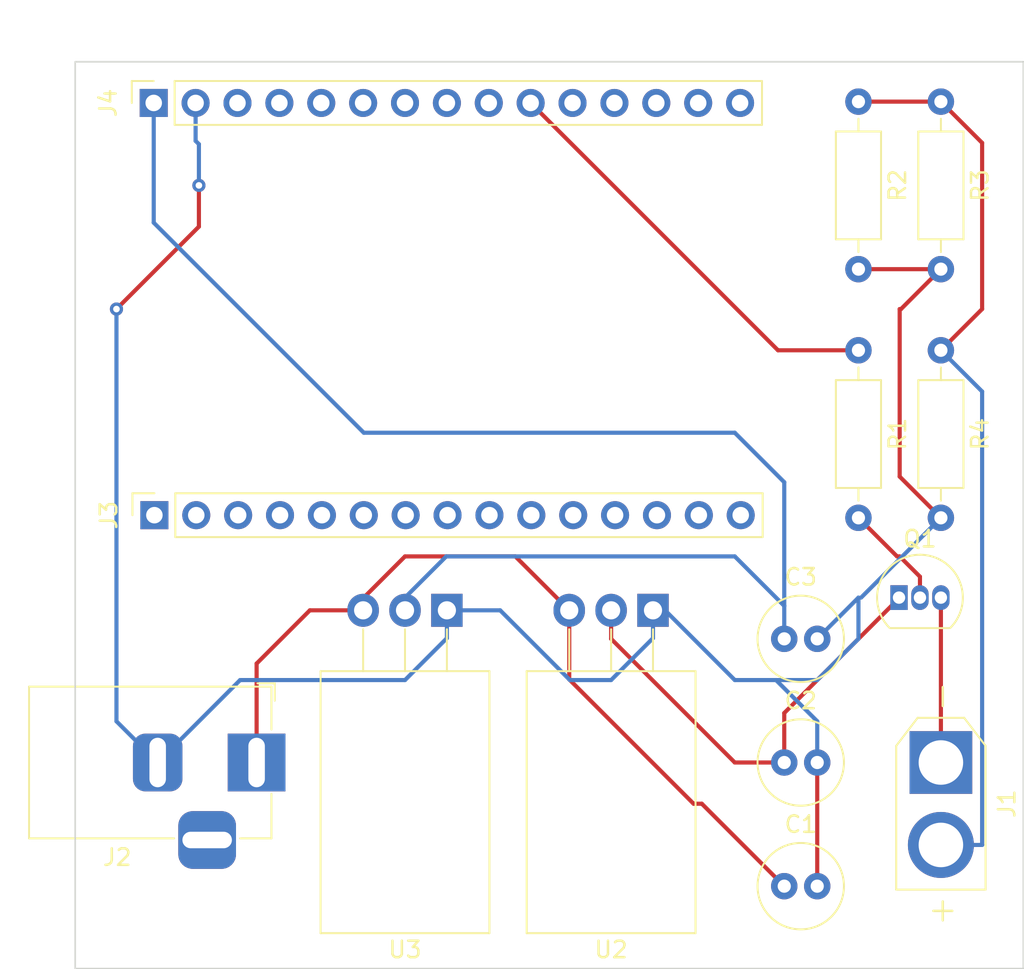
<source format=kicad_pcb>
(kicad_pcb (version 20221018) (generator pcbnew)
  (layers (0 "F.Cu" signal) (31 "B.Cu" signal) (34 "B.Paste" user) (35 "F.Paste" user) (36 "B.SilkS" user "B.Silkscreen") (37 "F.SilkS" user "F.Silkscreen") (38 "B.Mask" user) (39 "F.Mask" user) (44 "Edge.Cuts" user))
  (net 0 "")
  (net 1 "+9V")
  (net 2 "GND")
  (net 3 "+3V3")
  (net 4 "+5V")
  (net 5 "Net-(J1-Pin_1)")
  (net 6 "Net-(J1-Pin_2)")
  (net 7 "Net-(Q1-B)")
  (net 8 "Net-(J4-Pin_10)")
  (footprint "Resistor_THT:R_Axial_DIN0207_L6.3mm_D2.5mm_P10.16mm_Horizontal" (layer "F.Cu") (at 147.5 72.42 -90)
    (fp_text reference "R3" (at 5.08 -2.37 90) (layer "F.SilkS"))
    (fp_text value "300")
    (fp_line (start 1.04 0) (end 1.81 0) (stroke (width 0.12)) (layer "F.SilkS"))
    (fp_line (start 1.81 -1.37) (end 1.81 1.37) (stroke (width 0.12)) (layer "F.SilkS"))
    (fp_line (start 1.81 1.37) (end 8.35 1.37) (stroke (width 0.12)) (layer "F.SilkS"))
    (fp_line (start 8.35 -1.37) (end 1.81 -1.37) (stroke (width 0.12)) (layer "F.SilkS"))
    (fp_line (start 8.35 1.37) (end 8.35 -1.37) (stroke (width 0.12)) (layer "F.SilkS"))
    (fp_line (start 9.12 0) (end 8.35 0) (stroke (width 0.12)) (layer "F.SilkS"))
    (pad "1" thru_hole circle (at 0 0 270) (size 1.6 1.6) (drill 0.8) (layers "*.Cu" "*.Mask") (net 6 "Net-(J1-Pin_2)"))
    (pad "2" thru_hole oval (at 10.16 0 270) (size 1.6 1.6) (drill 0.8) (layers "*.Cu" "*.Mask") (net 2 "GND"))
  )
  (footprint "Connector_PinSocket_2.54mm:PinSocket_1x15_P2.54mm_Vertical" (layer "F.Cu") (at 99.76 72.5 90)
    (fp_text reference "J4" (at 0 -2.77 90) (layer "F.SilkS"))
    (fp_text value "Conn_01x15_Pin")
    (fp_line (start -1.33 1.27) (end -1.33 36.89) (stroke (width 0.12)) (layer "F.SilkS"))
    (fp_line (start -1.33 1.27) (end 1.33 1.27) (stroke (width 0.12)) (layer "F.SilkS"))
    (fp_line (start -1.33 36.89) (end 1.33 36.89) (stroke (width 0.12)) (layer "F.SilkS"))
    (fp_line (start 0 -1.33) (end 1.33 -1.33) (stroke (width 0.12)) (layer "F.SilkS"))
    (fp_line (start 1.33 -1.33) (end 1.33 0) (stroke (width 0.12)) (layer "F.SilkS"))
    (fp_line (start 1.33 1.27) (end 1.33 36.89) (stroke (width 0.12)) (layer "F.SilkS"))
    (pad "1" thru_hole rect (at 0 0 90) (size 1.7 1.7) (drill 1) (layers "*.Cu" "*.Mask") (net 4 "+5V"))
    (pad "2" thru_hole oval (at 0 2.54 90) (size 1.7 1.7) (drill 1) (layers "*.Cu" "*.Mask") (net 2 "GND"))
    (pad "3" thru_hole oval (at 0 5.08 90) (size 1.7 1.7) (drill 1) (layers "*.Cu" "*.Mask"))
    (pad "4" thru_hole oval (at 0 7.62 90) (size 1.7 1.7) (drill 1) (layers "*.Cu" "*.Mask"))
    (pad "5" thru_hole oval (at 0 10.16 90) (size 1.7 1.7) (drill 1) (layers "*.Cu" "*.Mask"))
    (pad "6" thru_hole oval (at 0 12.7 90) (size 1.7 1.7) (drill 1) (layers "*.Cu" "*.Mask"))
    (pad "7" thru_hole oval (at 0 15.24 90) (size 1.7 1.7) (drill 1) (layers "*.Cu" "*.Mask"))
    (pad "8" thru_hole oval (at 0 17.78 90) (size 1.7 1.7) (drill 1) (layers "*.Cu" "*.Mask"))
    (pad "9" thru_hole oval (at 0 20.32 90) (size 1.7 1.7) (drill 1) (layers "*.Cu" "*.Mask"))
    (pad "10" thru_hole oval (at 0 22.86 90) (size 1.7 1.7) (drill 1) (layers "*.Cu" "*.Mask") (net 8 "Net-(J4-Pin_10)"))
    (pad "11" thru_hole oval (at 0 25.4 90) (size 1.7 1.7) (drill 1) (layers "*.Cu" "*.Mask"))
    (pad "12" thru_hole oval (at 0 27.94 90) (size 1.7 1.7) (drill 1) (layers "*.Cu" "*.Mask"))
    (pad "13" thru_hole oval (at 0 30.48 90) (size 1.7 1.7) (drill 1) (layers "*.Cu" "*.Mask"))
    (pad "14" thru_hole oval (at 0 33.02 90) (size 1.7 1.7) (drill 1) (layers "*.Cu" "*.Mask"))
    (pad "15" thru_hole oval (at 0 35.56 90) (size 1.7 1.7) (drill 1) (layers "*.Cu" "*.Mask"))
  )
  (footprint "Resistor_THT:R_Axial_DIN0207_L6.3mm_D2.5mm_P10.16mm_Horizontal" (layer "F.Cu") (at 142.5 87.5 -90)
    (fp_text reference "R1" (at 5.08 -2.37 90) (layer "F.SilkS"))
    (fp_text value "10k")
    (fp_line (start 1.04 0) (end 1.81 0) (stroke (width 0.12)) (layer "F.SilkS"))
    (fp_line (start 1.81 -1.37) (end 1.81 1.37) (stroke (width 0.12)) (layer "F.SilkS"))
    (fp_line (start 1.81 1.37) (end 8.35 1.37) (stroke (width 0.12)) (layer "F.SilkS"))
    (fp_line (start 8.35 -1.37) (end 1.81 -1.37) (stroke (width 0.12)) (layer "F.SilkS"))
    (fp_line (start 8.35 1.37) (end 8.35 -1.37) (stroke (width 0.12)) (layer "F.SilkS"))
    (fp_line (start 9.12 0) (end 8.35 0) (stroke (width 0.12)) (layer "F.SilkS"))
    (pad "1" thru_hole circle (at 0 0 270) (size 1.6 1.6) (drill 0.8) (layers "*.Cu" "*.Mask") (net 8 "Net-(J4-Pin_10)"))
    (pad "2" thru_hole oval (at 10.16 0 270) (size 1.6 1.6) (drill 0.8) (layers "*.Cu" "*.Mask") (net 7 "Net-(Q1-B)"))
  )
  (footprint "Capacitor_THT:C_Radial_D5.0mm_H11.0mm_P2.00mm" (layer "F.Cu") (at 138 112.5)
    (fp_text reference "C2" (at 1 -3.75) (layer "F.SilkS"))
    (fp_text value "C")
    (fp_circle (center 1 0) (end 3.62 0) (stroke (width 0.12)) (fill none) (layer "F.SilkS"))
    (pad "1" thru_hole circle (at 0 0) (size 1.6 1.6) (drill 0.8) (layers "*.Cu" "*.Mask") (net 3 "+3V3"))
    (pad "2" thru_hole circle (at 2 0) (size 1.6 1.6) (drill 0.8) (layers "*.Cu" "*.Mask") (net 2 "GND"))
  )
  (footprint "Package_TO_SOT_THT:TO-220-3_Horizontal_TabDown" (layer "F.Cu") (at 130.04 103.27 180)
    (fp_text reference "U2" (at 2.54 -20.58) (layer "F.SilkS"))
    (fp_text value "LM1117T-3.3")
    (fp_line (start -2.58 -19.58) (end -2.58 -3.69) (stroke (width 0.12)) (layer "F.SilkS"))
    (fp_line (start -2.58 -19.58) (end 7.66 -19.58) (stroke (width 0.12)) (layer "F.SilkS"))
    (fp_line (start -2.58 -3.69) (end 7.66 -3.69) (stroke (width 0.12)) (layer "F.SilkS"))
    (fp_line (start 0 -3.69) (end 0 -1.15) (stroke (width 0.12)) (layer "F.SilkS"))
    (fp_line (start 2.54 -3.69) (end 2.54 -1.15) (stroke (width 0.12)) (layer "F.SilkS"))
    (fp_line (start 5.08 -3.69) (end 5.08 -1.15) (stroke (width 0.12)) (layer "F.SilkS"))
    (fp_line (start 7.66 -19.58) (end 7.66 -3.69) (stroke (width 0.12)) (layer "F.SilkS"))
    (pad "" np_thru_hole oval (at 2.54 -16.66 180) (size 3.5 3.5) (drill 3.5) (layers "*.Cu" "*.Mask"))
    (pad "1" thru_hole rect (at 0 0 180) (size 1.905 2) (drill 1.1) (layers "*.Cu" "*.Mask") (net 2 "GND"))
    (pad "2" thru_hole oval (at 2.54 0 180) (size 1.905 2) (drill 1.1) (layers "*.Cu" "*.Mask") (net 3 "+3V3"))
    (pad "3" thru_hole oval (at 5.08 0 180) (size 1.905 2) (drill 1.1) (layers "*.Cu" "*.Mask") (net 1 "+9V"))
  )
  (footprint "Capacitor_THT:C_Radial_D5.0mm_H11.0mm_P2.00mm" (layer "F.Cu") (at 138 105)
    (fp_text reference "C3" (at 1 -3.75) (layer "F.SilkS"))
    (fp_text value "C")
    (fp_circle (center 1 0) (end 3.62 0) (stroke (width 0.12)) (fill none) (layer "F.SilkS"))
    (pad "1" thru_hole circle (at 0 0) (size 1.6 1.6) (drill 0.8) (layers "*.Cu" "*.Mask") (net 4 "+5V"))
    (pad "2" thru_hole circle (at 2 0) (size 1.6 1.6) (drill 0.8) (layers "*.Cu" "*.Mask") (net 2 "GND"))
  )
  (footprint "Package_TO_SOT_THT:TO-220-3_Horizontal_TabDown" (layer "F.Cu") (at 117.54 103.27 180)
    (fp_text reference "U3" (at 2.54 -20.58) (layer "F.SilkS"))
    (fp_text value "LM1117T-5.0")
    (fp_line (start -2.58 -19.58) (end -2.58 -3.69) (stroke (width 0.12)) (layer "F.SilkS"))
    (fp_line (start -2.58 -19.58) (end 7.66 -19.58) (stroke (width 0.12)) (layer "F.SilkS"))
    (fp_line (start -2.58 -3.69) (end 7.66 -3.69) (stroke (width 0.12)) (layer "F.SilkS"))
    (fp_line (start 0 -3.69) (end 0 -1.15) (stroke (width 0.12)) (layer "F.SilkS"))
    (fp_line (start 2.54 -3.69) (end 2.54 -1.15) (stroke (width 0.12)) (layer "F.SilkS"))
    (fp_line (start 5.08 -3.69) (end 5.08 -1.15) (stroke (width 0.12)) (layer "F.SilkS"))
    (fp_line (start 7.66 -19.58) (end 7.66 -3.69) (stroke (width 0.12)) (layer "F.SilkS"))
    (pad "" np_thru_hole oval (at 2.54 -16.66 180) (size 3.5 3.5) (drill 3.5) (layers "*.Cu" "*.Mask"))
    (pad "1" thru_hole rect (at 0 0 180) (size 1.905 2) (drill 1.1) (layers "*.Cu" "*.Mask") (net 2 "GND"))
    (pad "2" thru_hole oval (at 2.54 0 180) (size 1.905 2) (drill 1.1) (layers "*.Cu" "*.Mask") (net 4 "+5V"))
    (pad "3" thru_hole oval (at 5.08 0 180) (size 1.905 2) (drill 1.1) (layers "*.Cu" "*.Mask") (net 1 "+9V"))
  )
  (footprint "Capacitor_THT:C_Radial_D5.0mm_H11.0mm_P2.00mm" (layer "F.Cu") (at 138 120)
    (fp_text reference "C1" (at 1 -3.75) (layer "F.SilkS"))
    (fp_text value "C")
    (fp_circle (center 1 0) (end 3.62 0) (stroke (width 0.12)) (fill none) (layer "F.SilkS"))
    (pad "1" thru_hole circle (at 0 0) (size 1.6 1.6) (drill 0.8) (layers "*.Cu" "*.Mask") (net 1 "+9V"))
    (pad "2" thru_hole circle (at 2 0) (size 1.6 1.6) (drill 0.8) (layers "*.Cu" "*.Mask") (net 2 "GND"))
  )
  (footprint "Connector_PinSocket_2.54mm:PinSocket_1x15_P2.54mm_Vertical" (layer "F.Cu") (at 99.8 97.5 90)
    (fp_text reference "J3" (at 0 -2.77 90) (layer "F.SilkS"))
    (fp_text value "Conn_01x15_Pin")
    (fp_line (start -1.33 1.27) (end -1.33 36.89) (stroke (width 0.12)) (layer "F.SilkS"))
    (fp_line (start -1.33 1.27) (end 1.33 1.27) (stroke (width 0.12)) (layer "F.SilkS"))
    (fp_line (start -1.33 36.89) (end 1.33 36.89) (stroke (width 0.12)) (layer "F.SilkS"))
    (fp_line (start 0 -1.33) (end 1.33 -1.33) (stroke (width 0.12)) (layer "F.SilkS"))
    (fp_line (start 1.33 -1.33) (end 1.33 0) (stroke (width 0.12)) (layer "F.SilkS"))
    (fp_line (start 1.33 1.27) (end 1.33 36.89) (stroke (width 0.12)) (layer "F.SilkS"))
    (pad "1" thru_hole rect (at 0 0 90) (size 1.7 1.7) (drill 1) (layers "*.Cu" "*.Mask"))
    (pad "2" thru_hole oval (at 0 2.54 90) (size 1.7 1.7) (drill 1) (layers "*.Cu" "*.Mask"))
    (pad "3" thru_hole oval (at 0 5.08 90) (size 1.7 1.7) (drill 1) (layers "*.Cu" "*.Mask"))
    (pad "4" thru_hole oval (at 0 7.62 90) (size 1.7 1.7) (drill 1) (layers "*.Cu" "*.Mask"))
    (pad "5" thru_hole oval (at 0 10.16 90) (size 1.7 1.7) (drill 1) (layers "*.Cu" "*.Mask"))
    (pad "6" thru_hole oval (at 0 12.7 90) (size 1.7 1.7) (drill 1) (layers "*.Cu" "*.Mask"))
    (pad "7" thru_hole oval (at 0 15.24 90) (size 1.7 1.7) (drill 1) (layers "*.Cu" "*.Mask"))
    (pad "8" thru_hole oval (at 0 17.78 90) (size 1.7 1.7) (drill 1) (layers "*.Cu" "*.Mask"))
    (pad "9" thru_hole oval (at 0 20.32 90) (size 1.7 1.7) (drill 1) (layers "*.Cu" "*.Mask"))
    (pad "10" thru_hole oval (at 0 22.86 90) (size 1.7 1.7) (drill 1) (layers "*.Cu" "*.Mask"))
    (pad "11" thru_hole oval (at 0 25.4 90) (size 1.7 1.7) (drill 1) (layers "*.Cu" "*.Mask"))
    (pad "12" thru_hole oval (at 0 27.94 90) (size 1.7 1.7) (drill 1) (layers "*.Cu" "*.Mask"))
    (pad "13" thru_hole oval (at 0 30.48 90) (size 1.7 1.7) (drill 1) (layers "*.Cu" "*.Mask"))
    (pad "14" thru_hole oval (at 0 33.02 90) (size 1.7 1.7) (drill 1) (layers "*.Cu" "*.Mask"))
    (pad "15" thru_hole oval (at 0 35.56 90) (size 1.7 1.7) (drill 1) (layers "*.Cu" "*.Mask"))
  )
  (footprint "Resistor_THT:R_Axial_DIN0207_L6.3mm_D2.5mm_P10.16mm_Horizontal" (layer "F.Cu") (at 147.5 87.5 -90)
    (fp_text reference "R4" (at 5.08 -2.37 90) (layer "F.SilkS"))
    (fp_text value "300")
    (fp_line (start 1.04 0) (end 1.81 0) (stroke (width 0.12)) (layer "F.SilkS"))
    (fp_line (start 1.81 -1.37) (end 1.81 1.37) (stroke (width 0.12)) (layer "F.SilkS"))
    (fp_line (start 1.81 1.37) (end 8.35 1.37) (stroke (width 0.12)) (layer "F.SilkS"))
    (fp_line (start 8.35 -1.37) (end 1.81 -1.37) (stroke (width 0.12)) (layer "F.SilkS"))
    (fp_line (start 8.35 1.37) (end 8.35 -1.37) (stroke (width 0.12)) (layer "F.SilkS"))
    (fp_line (start 9.12 0) (end 8.35 0) (stroke (width 0.12)) (layer "F.SilkS"))
    (pad "1" thru_hole circle (at 0 0 270) (size 1.6 1.6) (drill 0.8) (layers "*.Cu" "*.Mask") (net 6 "Net-(J1-Pin_2)"))
    (pad "2" thru_hole oval (at 10.16 0 270) (size 1.6 1.6) (drill 0.8) (layers "*.Cu" "*.Mask") (net 2 "GND"))
  )
  (footprint "Connector_AMASS:AMASS_XT30U-F_1x02_P5.0mm_Vertical" (layer "F.Cu") (at 147.5 112.5 -90)
    (fp_text reference "J1" (at 2.5 -4 90) (layer "F.SilkS"))
    (fp_text value "Lamp LED")
    (fp_text user "+" (at 9 0 90) (layer "F.SilkS") (effects (font (size 1.5 1.5))))
    (fp_text user "-" (at -4 0 90) (layer "F.SilkS") (effects (font (size 1.5 1.5))))
    (fp_line (start -2.71 -1.41) (end -2.71 1.41) (stroke (width 0.12)) (layer "F.SilkS"))
    (fp_line (start -2.71 -1.41) (end -1.01 -2.71) (stroke (width 0.12)) (layer "F.SilkS"))
    (fp_line (start -2.71 1.41) (end -1.01 2.71) (stroke (width 0.12)) (layer "F.SilkS"))
    (fp_line (start -1.01 -2.71) (end 7.71 -2.71) (stroke (width 0.12)) (layer "F.SilkS"))
    (fp_line (start -1.01 2.71) (end 7.71 2.71) (stroke (width 0.12)) (layer "F.SilkS"))
    (fp_line (start 7.71 -2.71) (end 7.71 2.71) (stroke (width 0.12)) (layer "F.SilkS"))
    (pad "1" thru_hole rect (at 0 0 270) (size 3.8 3.8) (drill 2.7) (layers "*.Cu" "*.Mask") (net 5 "Net-(J1-Pin_1)"))
    (pad "2" thru_hole circle (at 5 0 270) (size 4 4) (drill 2.7) (layers "*.Cu" "*.Mask") (net 6 "Net-(J1-Pin_2)"))
  )
  (footprint "Connector_BarrelJack:BarrelJack_Horizontal" (layer "F.Cu") (at 106 112.5)
    (fp_text reference "J2" (at -8.45 5.75) (layer "F.SilkS"))
    (fp_text value "Barrel_Jack_MountingPin")
    (fp_line (start -13.8 -4.6) (end 0.9 -4.6) (stroke (width 0.12)) (layer "F.SilkS"))
    (fp_line (start -13.8 4.6) (end -13.8 -4.6) (stroke (width 0.12)) (layer "F.SilkS"))
    (fp_line (start -5 4.6) (end -13.8 4.6) (stroke (width 0.12)) (layer "F.SilkS"))
    (fp_line (start 0.05 -4.8) (end 1.1 -4.8) (stroke (width 0.12)) (layer "F.SilkS"))
    (fp_line (start 0.9 -4.6) (end 0.9 -2) (stroke (width 0.12)) (layer "F.SilkS"))
    (fp_line (start 0.9 1.9) (end 0.9 4.6) (stroke (width 0.12)) (layer "F.SilkS"))
    (fp_line (start 0.9 4.6) (end -1 4.6) (stroke (width 0.12)) (layer "F.SilkS"))
    (fp_line (start 1.1 -3.75) (end 1.1 -4.8) (stroke (width 0.12)) (layer "F.SilkS"))
    (pad "1" thru_hole rect (at 0 0) (size 3.5 3.5) (drill oval 1 3) (layers "*.Cu" "*.Mask") (net 1 "+9V"))
    (pad "2" thru_hole roundrect (at -6 0) (size 3 3.5) (drill oval 1 3) (layers "*.Cu" "*.Mask") (net 2 "GND"))
    (pad "3" thru_hole roundrect (at -3 4.7) (size 3.5 3.5) (drill oval 3 1) (layers "*.Cu" "*.Mask"))
  )
  (footprint "Resistor_THT:R_Axial_DIN0207_L6.3mm_D2.5mm_P10.16mm_Horizontal" (layer "F.Cu") (at 142.5 72.42 -90)
    (fp_text reference "R2" (at 5.08 -2.37 90) (layer "F.SilkS"))
    (fp_text value "300")
    (fp_line (start 1.04 0) (end 1.81 0) (stroke (width 0.12)) (layer "F.SilkS"))
    (fp_line (start 1.81 -1.37) (end 1.81 1.37) (stroke (width 0.12)) (layer "F.SilkS"))
    (fp_line (start 1.81 1.37) (end 8.35 1.37) (stroke (width 0.12)) (layer "F.SilkS"))
    (fp_line (start 8.35 -1.37) (end 1.81 -1.37) (stroke (width 0.12)) (layer "F.SilkS"))
    (fp_line (start 8.35 1.37) (end 8.35 -1.37) (stroke (width 0.12)) (layer "F.SilkS"))
    (fp_line (start 9.12 0) (end 8.35 0) (stroke (width 0.12)) (layer "F.SilkS"))
    (pad "1" thru_hole circle (at 0 0 270) (size 1.6 1.6) (drill 0.8) (layers "*.Cu" "*.Mask") (net 6 "Net-(J1-Pin_2)"))
    (pad "2" thru_hole oval (at 10.16 0 270) (size 1.6 1.6) (drill 0.8) (layers "*.Cu" "*.Mask") (net 2 "GND"))
  )
  (footprint "Package_TO_SOT_THT:TO-92_Inline" (layer "F.Cu") (at 144.96 102.5)
    (fp_text reference "Q1" (at 1.27 -3.56) (layer "F.SilkS"))
    (fp_text value "2N3906")
    (fp_line (start -0.53 1.85) (end 3.07 1.85) (stroke (width 0.12)) (layer "F.SilkS"))
    (fp_arc (start -0.568478 1.838478) (mid -1.132087 -0.994977) (end 1.27 -2.6) (stroke (width 0.12)) (layer "F.SilkS"))
    (fp_arc (start 1.27 -2.6) (mid 3.672087 -0.994977) (end 3.108478 1.838478) (stroke (width 0.12)) (layer "F.SilkS"))
    (pad "1" thru_hole rect (at 0 0) (size 1.05 1.5) (drill 0.75) (layers "*.Cu" "*.Mask") (net 3 "+3V3"))
    (pad "2" thru_hole oval (at 1.27 0) (size 1.05 1.5) (drill 0.75) (layers "*.Cu" "*.Mask") (net 7 "Net-(Q1-B)"))
    (pad "3" thru_hole oval (at 2.54 0) (size 1.05 1.5) (drill 0.75) (layers "*.Cu" "*.Mask") (net 5 "Net-(J1-Pin_1)"))
  )
  (gr_rect (start 95 70) (end 152.5 125) (stroke (width 0.1)) (fill none) (layer "Edge.Cuts"))
  (segment (start 132.5 115) (end 133 115) (width 0.25) (layer "F.Cu") (net 1))
  (segment (start 106 106.5) (end 106 112.5) (width 0.25) (layer "F.Cu") (net 1))
  (segment (start 112.46 103.27) (end 112.46 102.54) (width 0.25) (layer "F.Cu") (net 1))
  (segment (start 109.23 103.27) (end 106 106.5) (width 0.25) (layer "F.Cu") (net 1))
  (segment (start 115 100) (end 121.69 100) (width 0.25) (layer "F.Cu") (net 1))
  (segment (start 112.46 102.54) (end 115 100) (width 0.25) (layer "F.Cu") (net 1))
  (segment (start 133 115) (end 138 120) (width 0.25) (layer "F.Cu") (net 1))
  (segment (start 124.96 103.27) (end 124.96 107.46) (width 0.25) (layer "F.Cu") (net 1))
  (segment (start 124.96 107.46) (end 132.5 115) (width 0.25) (layer "F.Cu") (net 1))
  (segment (start 112.46 103.27) (end 109.23 103.27) (width 0.25) (layer "F.Cu") (net 1))
  (segment (start 121.69 100) (end 124.96 103.27) (width 0.25) (layer "F.Cu") (net 1))
  (segment (start 145.08 85) (end 145 85) (width 0.25) (layer "F.Cu") (net 2))
  (segment (start 147.5 82.58) (end 145.08 85) (width 0.25) (layer "F.Cu") (net 2))
  (segment (start 145 95.16) (end 147.5 97.66) (width 0.25) (layer "F.Cu") (net 2))
  (segment (start 142.5 82.58) (end 147.5 82.58) (width 0.25) (layer "F.Cu") (net 2))
  (segment (start 140 120) (end 140 112.5) (width 0.25) (layer "F.Cu") (net 2))
  (segment (start 97.5 85) (end 102.5 80) (width 0.25) (layer "F.Cu") (net 2))
  (segment (start 102.5 80) (end 102.5 77.5) (width 0.25) (layer "F.Cu") (net 2))
  (segment (start 145 85) (end 145 95.16) (width 0.25) (layer "F.Cu") (net 2))
  (via (at 97.5 85) (size 0.8) (drill 0.4) (layers "F.Cu" "B.Cu") (net 2))
  (via (at 102.5 77.5) (size 0.8) (drill 0.4) (layers "F.Cu" "B.Cu") (net 2))
  (segment (start 120.77 103.27) (end 125 107.5) (width 0.25) (layer "B.Cu") (net 2))
  (segment (start 127.5 107.5) (end 130.04 104.96) (width 0.25) (layer "B.Cu") (net 2))
  (segment (start 117.54 103.27) (end 117.54 104.96) (width 0.25) (layer "B.Cu") (net 2))
  (segment (start 140 107.5) (end 137.5 107.5) (width 0.25) (layer "B.Cu") (net 2))
  (segment (start 140 110) (end 140 112.5) (width 0.25) (layer "B.Cu") (net 2))
  (segment (start 137.5 107.5) (end 140 110) (width 0.25) (layer "B.Cu") (net 2))
  (segment (start 135 107.5) (end 137.5 107.5) (width 0.25) (layer "B.Cu") (net 2))
  (segment (start 130.77 103.27) (end 135 107.5) (width 0.25) (layer "B.Cu") (net 2))
  (segment (start 142.5 105) (end 142.5 102.5) (width 0.25) (layer "B.Cu") (net 2))
  (segment (start 102.5 75) (end 102.3 74.8) (width 0.25) (layer "B.Cu") (net 2))
  (segment (start 115 107.5) (end 105 107.5) (width 0.25) (layer "B.Cu") (net 2))
  (segment (start 117.54 104.96) (end 115 107.5) (width 0.25) (layer "B.Cu") (net 2))
  (segment (start 130.04 103.27) (end 130.77 103.27) (width 0.25) (layer "B.Cu") (net 2))
  (segment (start 140 105) (end 142.5 102.5) (width 0.25) (layer "B.Cu") (net 2))
  (segment (start 147.5 97.66) (end 142.66 102.5) (width 0.25) (layer "B.Cu") (net 2))
  (segment (start 125 107.5) (end 127.5 107.5) (width 0.25) (layer "B.Cu") (net 2))
  (segment (start 102.3 72.5) (end 102.3 74.8) (width 0.25) (layer "B.Cu") (net 2))
  (segment (start 97.5 85) (end 97.5 110) (width 0.25) (layer "B.Cu") (net 2))
  (segment (start 117.54 103.27) (end 120.77 103.27) (width 0.25) (layer "B.Cu") (net 2))
  (segment (start 97.5 110) (end 100 112.5) (width 0.25) (layer "B.Cu") (net 2))
  (segment (start 105 107.5) (end 100 112.5) (width 0.25) (layer "B.Cu") (net 2))
  (segment (start 142.5 105) (end 140 107.5) (width 0.25) (layer "B.Cu") (net 2))
  (segment (start 102.5 77.5) (end 102.5 75) (width 0.25) (layer "B.Cu") (net 2))
  (segment (start 130.04 104.96) (end 130.04 103.27) (width 0.25) (layer "B.Cu") (net 2))
  (segment (start 144.96 102.54) (end 138 109.5) (width 0.25) (layer "F.Cu") (net 3))
  (segment (start 138 112.5) (end 135 112.5) (width 0.25) (layer "F.Cu") (net 3))
  (segment (start 135 112.5) (end 127.5 105) (width 0.25) (layer "F.Cu") (net 3))
  (segment (start 144.96 102.5) (end 144.96 102.54) (width 0.25) (layer "F.Cu") (net 3))
  (segment (start 127.5 105) (end 127.5 103.27) (width 0.25) (layer "F.Cu") (net 3))
  (segment (start 138 109.5) (end 138 112.5) (width 0.25) (layer "F.Cu") (net 3))
  (segment (start 135 92.5) (end 138 95.5) (width 0.25) (layer "B.Cu") (net 4))
  (segment (start 112.5 92.5) (end 135 92.5) (width 0.25) (layer "B.Cu") (net 4))
  (segment (start 138 103) (end 138 105) (width 0.25) (layer "B.Cu") (net 4))
  (segment (start 117.5 100) (end 135 100) (width 0.25) (layer "B.Cu") (net 4))
  (segment (start 115 102.5) (end 117.5 100) (width 0.25) (layer "B.Cu") (net 4))
  (segment (start 99.76 79.76) (end 112.5 92.5) (width 0.25) (layer "B.Cu") (net 4))
  (segment (start 138 95.5) (end 138 103) (width 0.25) (layer "B.Cu") (net 4))
  (segment (start 135 100) (end 138 103) (width 0.25) (layer "B.Cu") (net 4))
  (segment (start 115 103.27) (end 115 102.5) (width 0.25) (layer "B.Cu") (net 4))
  (segment (start 99.76 72.5) (end 99.76 79.76) (width 0.25) (layer "B.Cu") (net 4))
  (segment (start 147.5 102.5) (end 147.5 112.5) (width 0.25) (layer "F.Cu") (net 5))
  (segment (start 147.5 72.42) (end 150 74.92) (width 0.25) (layer "F.Cu") (net 6))
  (segment (start 150 85) (end 147.5 87.5) (width 0.25) (layer "F.Cu") (net 6))
  (segment (start 150 74.92) (end 150 85) (width 0.25) (layer "F.Cu") (net 6))
  (segment (start 142.5 72.42) (end 147.5 72.42) (width 0.25) (layer "F.Cu") (net 6))
  (segment (start 150 117.5) (end 150 90) (width 0.25) (layer "B.Cu") (net 6))
  (segment (start 150 90) (end 147.5 87.5) (width 0.25) (layer "B.Cu") (net 6))
  (segment (start 147.5 117.5) (end 150 117.5) (width 0.25) (layer "B.Cu") (net 6))
  (segment (start 144.84 100) (end 142.5 97.66) (width 0.25) (layer "F.Cu") (net 7))
  (segment (start 145 100) (end 144.84 100) (width 0.25) (layer "F.Cu") (net 7))
  (segment (start 146.23 102.5) (end 146.23 101.23) (width 0.25) (layer "F.Cu") (net 7))
  (segment (start 146.23 101.23) (end 145 100) (width 0.25) (layer "F.Cu") (net 7))
  (segment (start 137.62 87.5) (end 142.5 87.5) (width 0.25) (layer "F.Cu") (net 8))
  (segment (start 122.62 72.5) (end 137.62 87.5) (width 0.25) (layer "F.Cu") (net 8))
)
</source>
